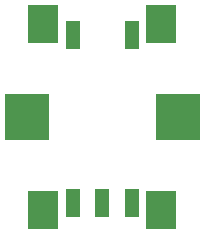
<source format=gbr>
%TF.GenerationSoftware,KiCad,Pcbnew,(6.0.2)*%
%TF.CreationDate,2022-03-16T17:45:16-04:00*%
%TF.ProjectId,cv_sequencer,63765f73-6571-4756-956e-6365722e6b69,0.1*%
%TF.SameCoordinates,Original*%
%TF.FileFunction,Paste,Top*%
%TF.FilePolarity,Positive*%
%FSLAX46Y46*%
G04 Gerber Fmt 4.6, Leading zero omitted, Abs format (unit mm)*
G04 Created by KiCad (PCBNEW (6.0.2)) date 2022-03-16 17:45:16*
%MOMM*%
%LPD*%
G01*
G04 APERTURE LIST*
%ADD10R,1.300000X2.400000*%
%ADD11R,2.500000X3.200000*%
%ADD12R,3.750000X4.000000*%
G04 APERTURE END LIST*
D10*
%TO.C,E1*%
X112816000Y-68692000D03*
X117816000Y-68692000D03*
X117816000Y-82992000D03*
X115316000Y-82992000D03*
X112816000Y-82992000D03*
D11*
X110316000Y-67792000D03*
D12*
X121691000Y-75692000D03*
D11*
X110316000Y-83592000D03*
X120316000Y-67792000D03*
X120316000Y-83592000D03*
D12*
X108941000Y-75692000D03*
%TD*%
M02*

</source>
